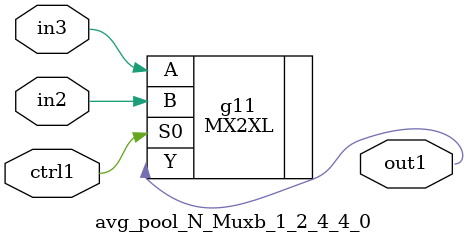
<source format=v>
`timescale 1ps / 1ps


module avg_pool_N_Muxb_1_2_4_4_0(in3, in2, ctrl1, out1);
  input in3, in2, ctrl1;
  output out1;
  wire in3, in2, ctrl1;
  wire out1;
  MX2XL g11(.A (in3), .B (in2), .S0 (ctrl1), .Y (out1));
endmodule



</source>
